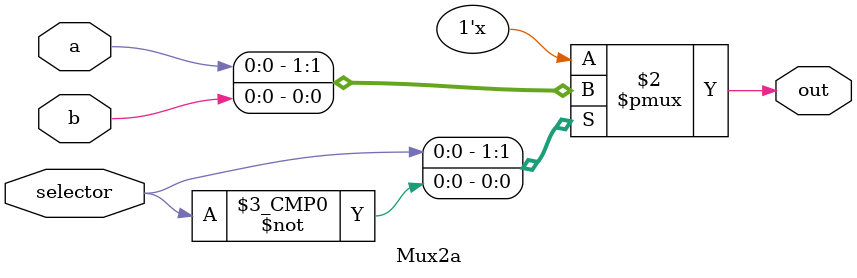
<source format=v>
/*
Module: CPU
Purpose: integrates decoder, FSM and instruction register and datapath module into one system that can be used in lab6_top. 
inputs: clk, reset, s, load, in
Outputs: out, N, V, Z, w. the first four are a result of the datapath module and w represents the wait state for the FSM. 
*/
`define MWRITE 1
`define MREAD 1

module cpu(clk, reset, read_data, datapath_out, N, V, Z, mem_addr, m_cmd, write_data);

input clk, reset;
input [15:0] read_data;
output [15:0] datapath_out;
output N,V,Z; 
output [8:0] mem_addr;
output [15:0] write_data;
//instructiondecoder 
wire [15:0] outtid; //16 bit instruction register output 
wire [2:0] nsel;
wire [2:0] opcode;
wire [1:0] op;

wire [2:0] writenum;
wire [2:0] readnum;

wire [15:0] sximm8; //signed?
wire [15:0] sximm5; //signed?
wire [1:0] ALUop; 

	//statemachine
	
	wire [3:0] vsel; //9
	wire [15:0] mdata;
	wire [7:0] PC;
	wire write;
	wire loada; //3
	wire loadb; //3
	wire [1:0] shift; //8		//all inputs required by other module instantiations	
	wire bsel; //7
	wire asel; //6
	wire loadc; //5
	wire loads; //10

//State machine modifications

wire load_ir, load_pc, reset_pc, addr_sel, load_addr;
output [1:0] m_cmd;

//PC
wire [8:0] in1;

assign in1 = 9'b0;

wire [8:0] pcout;
//wire reset_pc;
wire [8:0] next_pc;

//Data Address

wire [15:0] write_data;
//wire load_addr;
wire [8:0] dataaddout;

//tribuff

//wire [15:0] dout;
//wire [15:0] read_data;

//wire addr_sel;
//wire pcout defined above
//mem_addr defined as output above - implicit wire

wire [8:0] counterout; 
vDFFE #(16) instructionregisterinstantiation(clk, load_ir, read_data, outtid); //instruction register - out to instruction decoder

instructiondecoder instructiondecoderinstantiation(outtid, nsel, opcode, op, writenum, readnum, sximm5, sximm8,  ALUop, shift);

statemachine statemachineinstantiation(opcode, op, reset, clk,

nsel,
vsel,
mdata,
PC,

write, 

loada,
loadb,

bsel,
asel,

loadc,
loads,

//modifications
load_ir,
load_pc,
reset_pc,
addr_sel,
m_cmd,
load_addr

);


datapath DP(clk, // recall from Lab 4 that KEY0 is 1 when NOT pushed

                // register operand fetch stage
                readnum,
                vsel,
                loada,
                loadb,

                // computation stage (sometimes called "execute")
                shift,
                asel,
                bsel,
                ALUop,
                loadc,
                loads,

                // set when "writing back" to register file
                writenum,
                write,  

                // outputs
                Z, V, N,
                datapath_out,

		//modification //NEW
		mdata,
		sximm8,
		sximm5,
		PC
             );

//PC

Counter1 PC_counter(pcout, counterout);
Mux2a #(9) PCmux(in1, counterout, reset_pc, next_pc);
vDFFE #(9) PCinstance(clk, load_pc, next_pc, pcout);


//Data Address

vDFFE #(9) DataAddressinstance(clk, load_addr, write_data[8:0], dataaddout);
Mux2a #(9) PCDataAddressmuxinstance(pcout, dataaddout, addr_sel, mem_addr); //output);

assign write_data = datapath_out; //consider putting in always block 
assign din = write_data;

assign mdata = read_data;

endmodule 


module Counter1(in, out);

	input [8:0] in;
	output reg [8:0] out; 

always @(*) begin

	out = in + 1; 
end
endmodule


module vDFF(clk, in , out);
	parameter n = 1;
	input clk;
	input [n-1:0] in;
	output [n-1:0] out; 
	reg [n-1:0] out;

always @(posedge clk)
	out = in;
endmodule

module Mux2a(a, b, selector, out);		//module defined for Multiplexer - seperately defined because number of inputs were changed
	parameter k = 1;
	input [k-1:0] a, b;
	input selector;
	output [k-1:0] out;
	reg [k-1:0] out;

always @(*) begin				//multiplexer choice depends on selector to choose between a and b depending on the input value on selector. 
	case(selector)
		1'b1: out = a;
		1'b0: out = b;
		default: out = {k{1'bx}};
	endcase
end

endmodule

</source>
